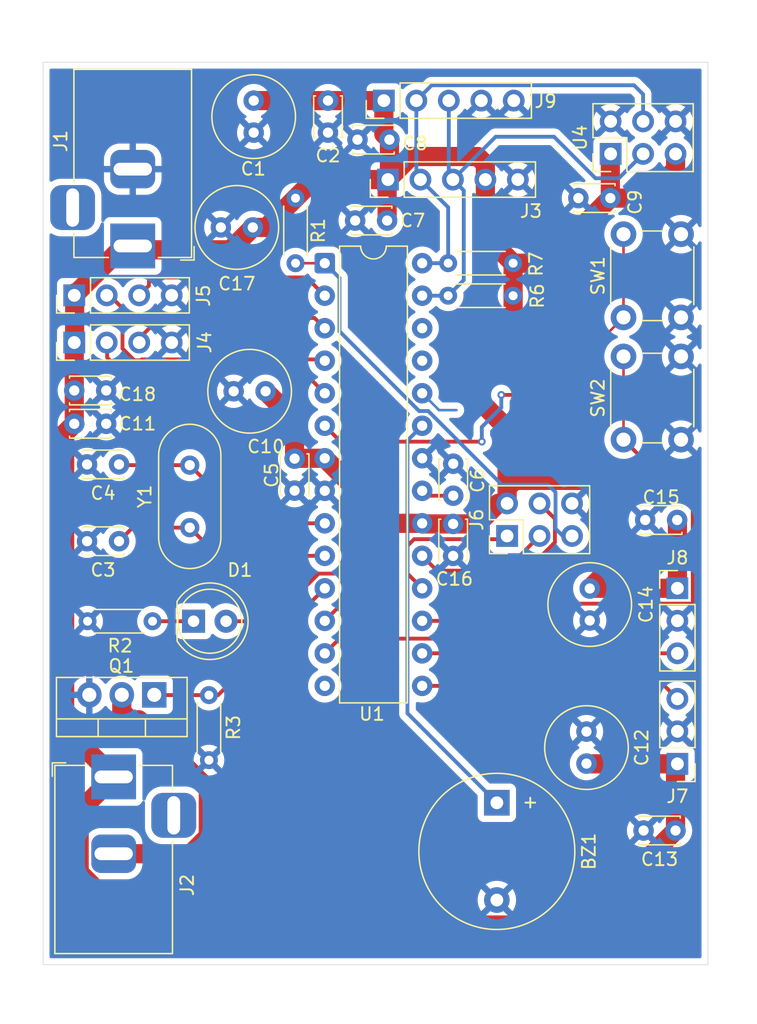
<source format=kicad_pcb>
(kicad_pcb (version 20241229) (generator "pcbnew") (generator_version "9.0")
  (layers (0 "F.Cu" signal) (2 "B.Cu" signal) (13 "F.Paste" user) (15 "B.Paste" user) (5 "F.SilkS" user "F.Silkscreen") (7 "B.SilkS" user "B.Silkscreen") (1 "F.Mask" user) (3 "B.Mask" user) (25 "Edge.Cuts" user))
  (net 0 "")
  (net 1 "GND")
  (net 2 "Net-(Q1-D)")
  (net 3 "/BUZZER")
  (net 4 "/MISO")
  (net 5 "/MOSI")
  (net 6 "/XTAL1")
  (net 8 "/ECHO")
  (net 9 "/XTAL2")
  (net 10 "Net-(D1-A)")
  (net 11 "+5V")
  (net 12 "/TRIG")
  (net 13 "/SDA")
  (net 14 "/SCL")
  (net 15 "/SERVO1")
  (net 16 "/SERVO2")
  (net 17 "/ECHO2")
  (net 18 "Net-(U1-AREF)")
  (net 19 "/SCK")
  (net 22 "Net-(D1-K)")
  (net 23 "/TRIG2")
  (net 24 "/RST-AVR")
  (net 25 "Net-(J10-Pin_2)")
  (net 26 "/PD5{slash}GATE")
  (net 27 "/PD4{slash}SW1")
  (net 30 "/PD7{slash}SW2")
  (footprint "Capacitor_THT:C_Radial_D6.3mm_H11.0mm_P2.50mm" (layer "F.Cu") (at 142.474 75.565 180)
    (property "Reference" "C10" (at -0.02 -4.318 0) (layer "F.SilkS"))
    (property "Value" "10u")
    (pad "1" thru_hole circle (at 0 0 180) (size 1.6 1.6) (drill 0.8) (layers "*.Cu" "*.Mask") (net 11 "+5V"))
    (pad "2" thru_hole circle (at 2.5 0 180) (size 1.6 1.6) (drill 0.8) (layers "*.Cu" "*.Mask") (net 1 "GND"))
  )
  (footprint "Connector_PinHeader_2.54mm:PinHeader_1x04_P2.54mm_Vertical" (layer "F.Cu") (at 127.508 71.759471 90)
    (property "Reference" "J4" (at 0.018 10.2 90) (layer "F.SilkS"))
    (property "Value" "Conn_01x04_Pin")
    (pad "1" thru_hole rect (at 0 0 90) (size 1.7 1.7) (drill 1) (layers "*.Cu" "*.Mask") (net 11 "+5V"))
    (pad "2" thru_hole circle (at 0 2.54 90) (size 1.7 1.7) (drill 1) (layers "*.Cu" "*.Mask") (net 17 "/ECHO2"))
    (pad "3" thru_hole circle (at 0 5.08 90) (size 1.7 1.7) (drill 1) (layers "*.Cu" "*.Mask") (net 23 "/TRIG2"))
    (pad "4" thru_hole circle (at 0 7.62 90) (size 1.7 1.7) (drill 1) (layers "*.Cu" "*.Mask") (net 1 "GND"))
  )
  (footprint "Connector_PinHeader_2.54mm:PinHeader_1x05_P2.54mm_Vertical" (layer "F.Cu") (at 151.7228 52.86 90)
    (property "Reference" "J9" (at -0.0508 12.6492 180) (layer "F.SilkS"))
    (property "Value" "Conn_01x05_Pin")
    (pad "1" thru_hole rect (at 0 0 90) (size 1.7 1.7) (drill 1) (layers "*.Cu" "*.Mask") (net 11 "+5V"))
    (pad "2" thru_hole circle (at 0 2.54 90) (size 1.7 1.7) (drill 1) (layers "*.Cu" "*.Mask") (net 14 "/SCL"))
    (pad "3" thru_hole circle (at 0 5.08 90) (size 1.7 1.7) (drill 1) (layers "*.Cu" "*.Mask") (net 13 "/SDA"))
    (pad "4" thru_hole circle (at 0 7.62 90) (size 1.7 1.7) (drill 1) (layers "*.Cu" "*.Mask") (net 1 "GND"))
    (pad "5" thru_hole circle (at 0 10.16 90) (size 1.7 1.7) (drill 1) (layers "*.Cu" "*.Mask") (net 1 "GND"))
  )
  (footprint "Capacitor_THT:C_Radial_D6.3mm_H11.0mm_P2.50mm" (layer "F.Cu") (at 167.571 104.651 90)
    (property "Reference" "C12" (at 1.25 4.318 90) (layer "F.SilkS"))
    (property "Value" "100u")
    (pad "1" thru_hole circle (at 0 0 90) (size 1.6 1.6) (drill 0.8) (layers "*.Cu" "*.Mask") (net 11 "+5V"))
    (pad "2" thru_hole circle (at 2.5 0 90) (size 1.6 1.6) (drill 0.8) (layers "*.Cu" "*.Mask") (net 1 "GND"))
  )
  (footprint "Capacitor_THT:C_Disc_D3.0mm_W2.0mm_P2.50mm" (layer "F.Cu") (at 127.508 78.105)
    (property "Reference" "C11" (at 4.95 0 0) (layer "F.SilkS"))
    (property "Value" "0.1u")
    (pad "1" thru_hole circle (at 0 0) (size 1.6 1.6) (drill 0.8) (layers "*.Cu" "*.Mask") (net 11 "+5V"))
    (pad "2" thru_hole circle (at 2.5 0) (size 1.6 1.6) (drill 0.8) (layers "*.Cu" "*.Mask") (net 1 "GND"))
  )
  (footprint "Resistor_THT:R_Axial_DIN0204_L3.6mm_D1.6mm_P5.08mm_Horizontal" (layer "F.Cu") (at 156.752 65.56)
    (property "Reference" "R7" (at 6.873 0.065 90) (layer "F.SilkS"))
    (property "Value" "10k")
    (pad "1" thru_hole circle (at 0 0) (size 1.4 1.4) (drill 0.7) (layers "*.Cu" "*.Mask") (net 14 "/SCL"))
    (pad "2" thru_hole circle (at 5.08 0) (size 1.4 1.4) (drill 0.7) (layers "*.Cu" "*.Mask") (net 11 "+5V"))
  )
  (footprint "Connector_PinHeader_2.54mm:PinHeader_1x05_P2.54mm_Vertical" (layer "F.Cu") (at 152.042 59.028 90)
    (property "Reference" "J3" (at -2.468 11.187 180) (layer "F.SilkS"))
    (property "Value" "Conn_01x05_Pin")
    (pad "1" thru_hole rect (at 0 0 90) (size 1.7 1.7) (drill 1) (layers "*.Cu" "*.Mask") (net 11 "+5V"))
    (pad "2" thru_hole circle (at 0 2.54 90) (size 1.7 1.7) (drill 1) (layers "*.Cu" "*.Mask") (net 14 "/SCL"))
    (pad "3" thru_hole circle (at 0 5.08 90) (size 1.7 1.7) (drill 1) (layers "*.Cu" "*.Mask") (net 13 "/SDA"))
    (pad "4" thru_hole circle (at 0 7.62 90) (size 1.7 1.7) (drill 1) (layers "*.Cu" "*.Mask") (net 11 "+5V"))
    (pad "5" thru_hole circle (at 0 10.16 90) (size 1.7 1.7) (drill 1) (layers "*.Cu" "*.Mask") (net 1 "GND"))
  )
  (footprint "Connector_PinHeader_2.54mm:PinHeader_2x03_P2.54mm_Vertical" (layer "F.Cu") (at 161.362 86.868 90)
    (property "Reference" "J6" (at 1.27 -2.38 90) (layer "F.SilkS"))
    (property "Value" "AVR-ISP-6")
    (pad "1" thru_hole rect (at 0 0 90) (size 1.7 1.7) (drill 1) (layers "*.Cu" "*.Mask") (net 4 "/MISO"))
    (pad "2" thru_hole circle (at 2.54 0 90) (size 1.7 1.7) (drill 1) (layers "*.Cu" "*.Mask") (net 11 "+5V"))
    (pad "3" thru_hole circle (at 0 2.54 90) (size 1.7 1.7) (drill 1) (layers "*.Cu" "*.Mask") (net 19 "/SCK"))
    (pad "4" thru_hole circle (at 2.54 2.54 90) (size 1.7 1.7) (drill 1) (layers "*.Cu" "*.Mask") (net 5 "/MOSI"))
    (pad "5" thru_hole circle (at 0 5.08 90) (size 1.7 1.7) (drill 1) (layers "*.Cu" "*.Mask") (net 24 "/RST-AVR"))
    (pad "6" thru_hole circle (at 2.54 5.08 90) (size 1.7 1.7) (drill 1) (layers "*.Cu" "*.Mask") (net 1 "GND"))
  )
  (footprint "Button_Switch_THT:SW_PUSH_6mm" (layer "F.Cu") (at 170.467 79.345 90)
    (property "Reference" "SW2" (at 3.25 -2 90) (layer "F.SilkS"))
    (property "Value" "SW_Push")
    (pad "1" thru_hole circle (at 0 0 180) (size 2 2) (drill 1.1) (layers "*.Cu" "*.Mask") (net 30 "/PD7{slash}SW2"))
    (pad "1" thru_hole circle (at 6.5 0 180) (size 2 2) (drill 1.1) (layers "*.Cu" "*.Mask") (net 30 "/PD7{slash}SW2"))
    (pad "2" thru_hole circle (at 0 4.5 180) (size 2 2) (drill 1.1) (layers "*.Cu" "*.Mask") (net 1 "GND"))
    (pad "2" thru_hole circle (at 6.5 4.5 180) (size 2 2) (drill 1.1) (layers "*.Cu" "*.Mask") (net 1 "GND"))
  )
  (footprint "Capacitor_THT:C_Disc_D3.0mm_W2.0mm_P2.50mm" (layer "F.Cu") (at 157.15 83.725 90)
    (property "Reference" "C6" (at 1.2 1.9 90) (layer "F.SilkS"))
    (property "Value" "0.1u")
    (pad "1" thru_hole circle (at 0 0 90) (size 1.6 1.6) (drill 0.8) (layers "*.Cu" "*.Mask") (net 18 "Net-(U1-AREF)"))
    (pad "2" thru_hole circle (at 2.5 0 90) (size 1.6 1.6) (drill 0.8) (layers "*.Cu" "*.Mask") (net 1 "GND"))
  )
  (footprint "Capacitor_THT:C_Disc_D3.0mm_W2.0mm_P2.50mm" (layer "F.Cu") (at 174.536 109.878 180)
    (property "Reference" "C13" (at 1.25 -2.25 0) (layer "F.SilkS"))
    (property "Value" "0.1u")
    (pad "1" thru_hole circle (at 0 0 180) (size 1.6 1.6) (drill 0.8) (layers "*.Cu" "*.Mask") (net 11 "+5V"))
    (pad "2" thru_hole circle (at 2.5 0 180) (size 1.6 1.6) (drill 0.8) (layers "*.Cu" "*.Mask") (net 1 "GND"))
  )
  (footprint "Button_Switch_THT:SW_PUSH_6mm" (layer "F.Cu") (at 170.467 69.795 90)
    (property "Reference" "SW1" (at 3.25 -2 90) (layer "F.SilkS"))
    (property "Value" "SW_Push")
    (pad "1" thru_hole circle (at 0 0 180) (size 2 2) (drill 1.1) (layers "*.Cu" "*.Mask") (net 27 "/PD4{slash}SW1"))
    (pad "1" thru_hole circle (at 6.5 0 180) (size 2 2) (drill 1.1) (layers "*.Cu" "*.Mask") (net 27 "/PD4{slash}SW1"))
    (pad "2" thru_hole circle (at 0 4.5 180) (size 2 2) (drill 1.1) (layers "*.Cu" "*.Mask") (net 1 "GND"))
    (pad "2" thru_hole circle (at 6.5 4.5 180) (size 2 2) (drill 1.1) (layers "*.Cu" "*.Mask") (net 1 "GND"))
  )
  (footprint "Connector_PinHeader_2.54mm:PinHeader_1x03_P2.54mm_Vertical" (layer "F.Cu") (at 174.683 90.955)
    (property "Reference" "J8" (at 0 -2.38 0) (layer "F.SilkS"))
    (property "Value" "Conn_01x03_Pin")
    (pad "1" thru_hole rect (at 0 0) (size 1.7 1.7) (drill 1) (layers "*.Cu" "*.Mask") (net 11 "+5V"))
    (pad "2" thru_hole circle (at 0 2.54) (size 1.7 1.7) (drill 1) (layers "*.Cu" "*.Mask") (net 1 "GND"))
    (pad "3" thru_hole circle (at 0 5.08) (size 1.7 1.7) (drill 1) (layers "*.Cu" "*.Mask") (net 16 "/SERVO2"))
  )
  (footprint "Connector_PinHeader_2.54mm:PinHeader_1x04_P2.54mm_Vertical" (layer "F.Cu") (at 127.508 68.072 90)
    (property "Reference" "J5" (at -0.026 10.1 90) (layer "F.SilkS"))
    (property "Value" "Conn_01x04_Pin")
    (pad "1" thru_hole rect (at 0 0 90) (size 1.7 1.7) (drill 1) (layers "*.Cu" "*.Mask") (net 11 "+5V"))
    (pad "2" thru_hole circle (at 0 2.54 90) (size 1.7 1.7) (drill 1) (layers "*.Cu" "*.Mask") (net 8 "/ECHO"))
    (pad "3" thru_hole circle (at 0 5.08 90) (size 1.7 1.7) (drill 1) (layers "*.Cu" "*.Mask") (net 12 "/TRIG"))
    (pad "4" thru_hole circle (at 0 7.62 90) (size 1.7 1.7) (drill 1) (layers "*.Cu" "*.Mask") (net 1 "GND"))
  )
  (footprint "Package_DIP:DIP-28_W7.62mm" (layer "F.Cu") (at 147.1 65.56)
    (property "Reference" "U1" (at 3.692 35.218 0) (layer "F.SilkS"))
    (property "Value" "ATmega328-P")
    (pad "1" thru_hole roundrect (at 0 0) (size 1.6 1.6) (drill 0.8) (layers "*.Cu" "*.Mask") (roundrect_rratio 0.15625) (net 24 "/RST-AVR"))
    (pad "2" thru_hole circle (at 0 2.54) (size 1.6 1.6) (drill 0.8) (layers "*.Cu" "*.Mask") (net 12 "/TRIG"))
    (pad "3" thru_hole circle (at 0 5.08) (size 1.6 1.6) (drill 0.8) (layers "*.Cu" "*.Mask") (net 23 "/TRIG2"))
    (pad "4" thru_hole circle (at 0 7.62) (size 1.6 1.6) (drill 0.8) (layers "*.Cu" "*.Mask") (net 8 "/ECHO"))
    (pad "5" thru_hole circle (at 0 10.16) (size 1.6 1.6) (drill 0.8) (layers "*.Cu" "*.Mask") (net 17 "/ECHO2"))
    (pad "6" thru_hole circle (at 0 12.7) (size 1.6 1.6) (drill 0.8) (layers "*.Cu" "*.Mask") (net 27 "/PD4{slash}SW1"))
    (pad "7" thru_hole circle (at 0 15.24) (size 1.6 1.6) (drill 0.8) (layers "*.Cu" "*.Mask") (net 11 "+5V"))
    (pad "8" thru_hole circle (at 0 17.78) (size 1.6 1.6) (drill 0.8) (layers "*.Cu" "*.Mask") (net 1 "GND"))
    (pad "9" thru_hole circle (at 0 20.32) (size 1.6 1.6) (drill 0.8) (layers "*.Cu" "*.Mask") (net 6 "/XTAL1"))
    (pad "10" thru_hole circle (at 0 22.86) (size 1.6 1.6) (drill 0.8) (layers "*.Cu" "*.Mask") (net 9 "/XTAL2"))
    (pad "11" thru_hole circle (at 0 25.4) (size 1.6 1.6) (drill 0.8) (layers "*.Cu" "*.Mask") (net 26 "/PD5{slash}GATE"))
    (pad "12" thru_hole circle (at 0 27.94) (size 1.6 1.6) (drill 0.8) (layers "*.Cu" "*.Mask") (net 10 "Net-(D1-A)"))
    (pad "13" thru_hole circle (at 0 30.48) (size 1.6 1.6) (drill 0.8) (layers "*.Cu" "*.Mask") (net 30 "/PD7{slash}SW2"))
    (pad "14" thru_hole circle (at 0 33.02) (size 1.6 1.6) (drill 0.8) (layers "*.Cu" "*.Mask"))
    (pad "15" thru_hole circle (at 7.62 33.02) (size 1.6 1.6) (drill 0.8) (layers "*.Cu" "*.Mask") (net 15 "/SERVO1"))
    (pad "16" thru_hole circle (at 7.62 30.48) (size 1.6 1.6) (drill 0.8) (layers "*.Cu" "*.Mask") (net 16 "/SERVO2"))
    (pad "17" thru_hole circle (at 7.62 27.94) (size 1.6 1.6) (drill 0.8) (layers "*.Cu" "*.Mask") (net 5 "/MOSI"))
    (pad "18" thru_hole circle (at 7.62 25.4) (size 1.6 1.6) (drill 0.8) (layers "*.Cu" "*.Mask") (net 4 "/MISO"))
    (pad "19" thru_hole circle (at 7.62 22.86) (size 1.6 1.6) (drill 0.8) (layers "*.Cu" "*.Mask") (net 19 "/SCK"))
    (pad "20" thru_hole circle (at 7.62 20.32) (size 1.6 1.6) (drill 0.8) (layers "*.Cu" "*.Mask") (net 11 "+5V"))
    (pad "21" thru_hole circle (at 7.62 17.78) (size 1.6 1.6) (drill 0.8) (layers "*.Cu" "*.Mask") (net 18 "Net-(U1-AREF)"))
    (pad "22" thru_hole circle (at 7.62 15.24) (size 1.6 1.6) (drill 0.8) (layers "*.Cu" "*.Mask") (net 1 "GND"))
    (pad "23" thru_hole circle (at 7.62 12.7) (size 1.6 1.6) (drill 0.8) (layers "*.Cu" "*.Mask") (net 3 "/BUZZER"))
    (pad "24" thru_hole circle (at 7.62 10.16) (size 1.6 1.6) (drill 0.8) (layers "*.Cu" "*.Mask") (net 25 "Net-(J10-Pin_2)"))
    (pad "25" thru_hole circle (at 7.62 7.62) (size 1.6 1.6) (drill 0.8) (layers "*.Cu" "*.Mask"))
    (pad "26" thru_hole circle (at 7.62 5.08) (size 1.6 1.6) (drill 0.8) (layers "*.Cu" "*.Mask"))
    (pad "27" thru_hole circle (at 7.62 2.54) (size 1.6 1.6) (drill 0.8) (layers "*.Cu" "*.Mask") (net 13 "/SDA"))
    (pad "28" thru_hole circle (at 7.62 0) (size 1.6 1.6) (drill 0.8) (layers "*.Cu" "*.Mask") (net 14 "/SCL"))
  )
  (footprint "Connector_PinHeader_2.54mm:PinHeader_2x03_P2.54mm_Vertical" (layer "F.Cu") (at 169.459 57.023 90)
    (property "Reference" "U4" (at 1.27 -2.38 90) (layer "F.SilkS"))
    (property "Value" "I2C_4PIN")
    (pad "1" thru_hole rect (at 0 0 90) (size 1.7 1.7) (drill 1) (layers "*.Cu" "*.Mask") (net 11 "+5V"))
    (pad "2" thru_hole circle (at 2.54 0 90) (size 1.7 1.7) (drill 1) (layers "*.Cu" "*.Mask") (net 1 "GND"))
    (pad "3" thru_hole circle (at 0 2.54 90) (size 1.7 1.7) (drill 1) (layers "*.Cu" "*.Mask") (net 13 "/SDA"))
    (pad "4" thru_hole circle (at 2.54 2.54 90) (size 1.7 1.7) (drill 1) (layers "*.Cu" "*.Mask") (net 14 "/SCL"))
    (pad "5" thru_hole circle (at 0 5.08 90) (size 1.7 1.7) (drill 1) (layers "*.Cu" "*.Mask") (net 11 "+5V"))
    (pad "6" thru_hole circle (at 2.54 5.08 90) (size 1.7 1.7) (drill 1) (layers "*.Cu" "*.Mask") (net 1 "GND"))
  )
  (footprint "Resistor_THT:R_Axial_DIN0204_L3.6mm_D1.6mm_P5.08mm_Horizontal" (layer "F.Cu") (at 156.752 68.1)
    (property "Reference" "R6" (at 6.973 0.025 270) (layer "F.SilkS"))
    (property "Value" "10k")
    (pad "1" thru_hole circle (at 0 0) (size 1.4 1.4) (drill 0.7) (layers "*.Cu" "*.Mask") (net 13 "/SDA"))
    (pad "2" thru_hole circle (at 5.08 0) (size 1.4 1.4) (drill 0.7) (layers "*.Cu" "*.Mask") (net 11 "+5V"))
  )
  (footprint "Capacitor_THT:C_Disc_D3.0mm_W2.0mm_P2.50mm" (layer "F.Cu") (at 127.508 75.505)
    (property "Reference" "C18" (at 4.95 0.3 0) (layer "F.SilkS"))
    (property "Value" "0.1u")
    (pad "1" thru_hole circle (at 0 0) (size 1.6 1.6) (drill 0.8) (layers "*.Cu" "*.Mask") (net 11 "+5V"))
    (pad "2" thru_hole circle (at 2.5 0) (size 1.6 1.6) (drill 0.8) (layers "*.Cu" "*.Mask") (net 1 "GND"))
  )
  (footprint "Resistor_THT:R_Axial_DIN0204_L3.6mm_D1.6mm_P5.08mm_Horizontal" (layer "F.Cu") (at 144.814 65.56 90)
    (property "Reference" "R1" (at 2.54 1.778 90) (layer "F.SilkS"))
    (property "Value" "10k")
    (pad "1" thru_hole circle (at 0 0 90) (size 1.4 1.4) (drill 0.7) (layers "*.Cu" "*.Mask") (net 24 "/RST-AVR"))
    (pad "2" thru_hole circle (at 5.08 0 90) (size 1.4 1.4) (drill 0.7) (layers "*.Cu" "*.Mask") (net 11 "+5V"))
  )
  (footprint "Capacitor_THT:C_Radial_D6.3mm_H11.0mm_P2.50mm" (layer "F.Cu") (at 141.472 62.766 180)
    (property "Reference" "C17" (at 1.25 -4.4 0) (layer "F.SilkS"))
    (property "Value" "10u")
    (pad "1" thru_hole circle (at 0 0 180) (size 1.6 1.6) (drill 0.8) (layers "*.Cu" "*.Mask") (net 11 "+5V"))
    (pad "2" thru_hole circle (at 2.5 0 180) (size 1.6 1.6) (drill 0.8) (layers "*.Cu" "*.Mask") (net 1 "GND"))
  )
  (footprint "Capacitor_THT:C_Disc_D3.0mm_W2.0mm_P2.50mm" (layer "F.Cu") (at 174.663 85.621 180)
    (property "Reference" "C15" (at 1.25 1.778 0) (layer "F.SilkS"))
    (property "Value" "0.1u")
    (pad "1" thru_hole circle (at 0 0 180) (size 1.6 1.6) (drill 0.8) (layers "*.Cu" "*.Mask") (net 11 "+5V"))
    (pad "2" thru_hole circle (at 2.5 0 180) (size 1.6 1.6) (drill 0.8) (layers "*.Cu" "*.Mask") (net 1 "GND"))
  )
  (footprint "Connector_PinHeader_2.54mm:PinHeader_1x03_P2.54mm_Vertical" (layer "F.Cu") (at 174.683 104.671 180)
    (property "Reference" "J7" (at 0 -2.54 0) (layer "F.SilkS"))
    (property "Value" "Conn_01x03_Pin")
    (pad "1" thru_hole rect (at 0 0 180) (size 1.7 1.7) (drill 1) (layers "*.Cu" "*.Mask") (net 11 "+5V"))
    (pad "2" thru_hole circle (at 0 2.54 180) (size 1.7 1.7) (drill 1) (layers "*.Cu" "*.Mask") (net 1 "GND"))
    (pad "3" thru_hole circle (at 0 5.08 180) (size 1.7 1.7) (drill 1) (layers "*.Cu" "*.Mask") (net 15 "/SERVO1"))
  )
  (footprint "Capacitor_THT:C_Disc_D3.0mm_W2.0mm_P2.50mm" (layer "F.Cu") (at 169.436 60.475 180)
    (property "Reference" "C9" (at -1.931 -0.32 90) (layer "F.SilkS"))
    (property "Value" "0.1u")
    (pad "1" thru_hole circle (at 0 0 180) (size 1.6 1.6) (drill 0.8) (layers "*.Cu" "*.Mask") (net 11 "+5V"))
    (pad "2" thru_hole circle (at 2.5 0 180) (size 1.6 1.6) (drill 0.8) (layers "*.Cu" "*.Mask") (net 1 "GND"))
  )
  (footprint "Package_TO_SOT_THT:TO-220-3_Vertical" (layer "F.Cu") (at 133.765 99.281 180)
    (property "Reference" "Q1" (at 2.574 2.253 0) (layer "F.SilkS"))
    (property "Value" "IRLZ24")
    (pad "1" thru_hole rect (at 0 0 180) (size 1.905 2) (drill 1.1) (layers "*.Cu" "*.Mask") (net 26 "/PD5{slash}GATE"))
    (pad "2" thru_hole oval (at 2.54 0 180) (size 1.905 2) (drill 1.1) (layers "*.Cu" "*.Mask") (net 2 "Net-(Q1-D)"))
    (pad "3" thru_hole oval (at 5.08 0 180) (size 1.905 2) (drill 1.1) (layers "*.Cu" "*.Mask") (net 1 "GND"))
  )
  (footprint "Capacitor_THT:C_Disc_D3.0mm_W2.0mm_P2.50mm" (layer "F.Cu") (at 157.142 85.928 -90)
    (property "Reference" "C16" (at 4.3 -0.1 180) (layer "F.SilkS"))
    (property "Value" "0.1u")
    (pad "1" thru_hole circle (at 0 0 270) (size 1.6 1.6) (drill 0.8) (layers "*.Cu" "*.Mask") (net 11 "+5V"))
    (pad "2" thru_hole circle (at 2.5 0 270) (size 1.6 1.6) (drill 0.8) (layers "*.Cu" "*.Mask") (net 1 "GND"))
  )
  (footprint "Connector_BarrelJack:BarrelJack_Horizontal" (layer "F.Cu") (at 130.59 105.692 90)
    (property "Reference" "J2" (at -8.45 5.75 90) (layer "F.SilkS"))
    (property "Value" "Barrel_Jack_Switch")
    (pad "1" thru_hole rect (at 0 0 90) (size 3.5 3.5) (drill oval 1 3) (layers "*.Cu" "*.Mask") (net 11 "+5V"))
    (pad "2" thru_hole roundrect (at -6 0 90) (size 3 3.5) (drill oval 1 3) (layers "*.Cu" "*.Mask") (net 2 "Net-(Q1-D)"))
    (pad "3" thru_hole roundrect (at -3 4.7 90) (size 3.5 3.5) (drill oval 3 1) (layers "*.Cu" "*.Mask"))
  )
  (footprint "Capacitor_THT:C_Disc_D3.0mm_W2.0mm_P2.50mm" (layer "F.Cu") (at 131.01 87.28 180)
    (property "Reference" "C3" (at 1.25 -2.25 0) (layer "F.SilkS"))
    (property "Value" "22p")
    (pad "1" thru_hole circle (at 0 0 180) (size 1.6 1.6) (drill 0.8) (layers "*.Cu" "*.Mask") (net 9 "/XTAL2"))
    (pad "2" thru_hole circle (at 2.5 0 180) (size 1.6 1.6) (drill 0.8) (layers "*.Cu" "*.Mask") (net 1 "GND"))
  )
  (footprint "Resistor_THT:R_Axial_DIN0204_L3.6mm_D1.6mm_P5.08mm_Horizontal" (layer "F.Cu") (at 133.63 93.53 180)
    (property "Reference" "R2" (at 2.54 -1.92 0) (layer "F.SilkS"))
    (property "Value" "330")
    (pad "1" thru_hole circle (at 0 0 180) (size 1.4 1.4) (drill 0.7) (layers "*.Cu" "*.Mask") (net 22 "Net-(D1-K)"))
    (pad "2" thru_hole circle (at 5.08 0 180) (size 1.4 1.4) (drill 0.7) (layers "*.Cu" "*.Mask") (net 1 "GND"))
  )
  (footprint "Crystal:Crystal_HC49-4H_Vertical" (layer "F.Cu") (at 136.542 86.218 90)
    (property "Reference" "Y1" (at 2.44 -3.52 90) (layer "F.SilkS"))
    (property "Value" "16M")
    (pad "1" thru_hole circle (at 0 0 90) (size 1.5 1.5) (drill 0.8) (layers "*.Cu" "*.Mask") (net 9 "/XTAL2"))
    (pad "2" thru_hole circle (at 4.88 0 90) (size 1.5 1.5) (drill 0.8) (layers "*.Cu" "*.Mask") (net 6 "/XTAL1"))
  )
  (footprint "Capacitor_THT:C_Disc_D3.0mm_W2.0mm_P2.50mm" (layer "F.Cu") (at 151.979 62.23 180)
    (property "Reference" "C7" (at -2 0 0) (layer "F.SilkS"))
    (property "Value" "0.1u")
    (pad "1" thru_hole circle (at 0 0 180) (size 1.6 1.6) (drill 0.8) (layers "*.Cu" "*.Mask") (net 11 "+5V"))
    (pad "2" thru_hole circle (at 2.5 0 180) (size 1.6 1.6) (drill 0.8) (layers "*.Cu" "*.Mask") (net 1 "GND"))
  )
  (footprint "Capacitor_THT:C_Disc_D3.0mm_W2.0mm_P2.50mm" (layer "F.Cu") (at 152.16 55.908 180)
    (property "Reference" "C8" (at -2.0012 -0.3048 0) (layer "F.SilkS"))
    (property "Value" "0.1u")
    (pad "1" thru_hole circle (at 0 0 180) (size 1.6 1.6) (drill 0.8) (layers "*.Cu" "*.Mask") (net 11 "+5V"))
    (pad "2" thru_hole circle (at 2.5 0 180) (size 1.6 1.6) (drill 0.8) (layers "*.Cu" "*.Mask") (net 1 "GND"))
  )
  (footprint "Capacitor_THT:C_Disc_D3.0mm_W2.0mm_P2.50mm" (layer "F.Cu") (at 131.01 81.28 180)
    (property "Reference" "C4" (at 1.25 -2.25 0) (layer "F.SilkS"))
    (property "Value" "22p")
    (pad "1" thru_hole circle (at 0 0 180) (size 1.6 1.6) (drill 0.8) (layers "*.Cu" "*.Mask") (net 6 "/XTAL1"))
    (pad "2" thru_hole circle (at 2.5 0 180) (size 1.6 1.6) (drill 0.8) (layers "*.Cu" "*.Mask") (net 1 "GND"))
  )
  (footprint "Buzzer_Beeper:Buzzer_12x9.5RM7.6" (layer "F.Cu") (at 160.56 107.71 -90)
    (property "Reference" "BZ1" (at 3.8 -7.2 90) (layer "F.SilkS"))
    (property "Value" "Buzzer")
    (fp_text user "+" (at -0.01 -2.54 90) (layer "F.SilkS"))
    (pad "1" thru_hole rect (at 0 0 270) (size 2 2) (drill 1) (layers "*.Cu" "*.Mask") (net 3 "/BUZZER"))
    (pad "2" thru_hole circle (at 7.6 0 270) (size 2 2) (drill 1) (layers "*.Cu" "*.Mask") (net 1 "GND"))
  )
  (footprint "Resistor_THT:R_Axial_DIN0204_L3.6mm_D1.6mm_P5.08mm_Horizontal" (layer "F.Cu") (at 138.042 99.301 -90)
    (property "Reference" "R3" (at 2.54 -1.92 90) (layer "F.SilkS"))
    (property "Value" "10k")
    (pad "1" thru_hole circle (at 0 0 270) (size 1.4 1.4) (drill 0.7) (layers "*.Cu" "*.Mask") (net 26 "/PD5{slash}GATE"))
    (pad "2" thru_hole circle (at 5.08 0 270) (size 1.4 1.4) (drill 0.7) (layers "*.Cu" "*.Mask") (net 1 "GND"))
  )
  (footprint "Capacitor_THT:C_Radial_D6.3mm_H11.0mm_P2.50mm" (layer "F.Cu") (at 141.542 52.86 -90)
    (property "Reference" "C1" (at 5.334 0.03 180) (layer "F.SilkS"))
    (property "Value" "100u")
    (pad "1" thru_hole circle (at 0 0 270) (size 1.6 1.6) (drill 0.8) (layers "*.Cu" "*.Mask") (net 11 "+5V"))
    (pad "2" thru_hole circle (at 2.5 0 270) (size 1.6 1.6) (drill 0.8) (layers "*.Cu" "*.Mask") (net 1 "GND"))
  )
  (footprint "LED_THT:LED_D5.0mm" (layer "F.Cu") (at 136.84 93.53)
    (property "Reference" "D1" (at 3.622 -3.995 0) (layer "F.SilkS"))
    (property "Value" "GREEN-LED")
    (pad "1" thru_hole rect (at 0 0) (size 1.8 1.8) (drill 0.9) (layers "*.Cu" "*.Mask") (net 22 "Net-(D1-K)"))
    (pad "2" thru_hole circle (at 2.54 0) (size 1.8 1.8) (drill 0.9) (layers "*.Cu" "*.Mask") (net 10 "Net-(D1-A)"))
  )
  (footprint "Capacitor_THT:C_Disc_D3.0mm_W2.0mm_P2.50mm" (layer "F.Cu") (at 144.742 80.828 -90)
    (property "Reference" "C5" (at 1.3 1.8 90) (layer "F.SilkS"))
    (property "Value" "0.1u")
    (pad "1" thru_hole circle (at 0 0 270) (size 1.6 1.6) (drill 0.8) (layers "*.Cu" "*.Mask") (net 11 "+5V"))
    (pad "2" thru_hole circle (at 2.5 0 270) (size 1.6 1.6) (drill 0.8) (layers "*.Cu" "*.Mask") (net 1 "GND"))
  )
  (footprint "Capacitor_THT:C_Radial_D6.3mm_H11.0mm_P2.50mm" (layer "F.Cu") (at 167.825 90.975 -90)
    (property "Reference" "C14" (at 1.25 -4.4 90) (layer "F.SilkS"))
    (property "Value" "100u")
    (pad "1" thru_hole circle (at 0 0 270) (size 1.6 1.6) (drill 0.8) (layers "*.Cu" "*.Mask") (net 11 "+5V"))
    (pad "2" thru_hole circle (at 2.5 0 270) (size 1.6 1.6) (drill 0.8) (layers "*.Cu" "*.Mask") (net 1 "GND"))
  )
  (footprint "Capacitor_THT:C_Disc_D3.0mm_W2.0mm_P2.50mm" (layer "F.Cu") (at 147.354 52.86 -90)
    (property "Reference" "C2" (at 4.298 0 0) (layer "F.SilkS"))
    (property "Value" "0.1u")
    (pad "1" thru_hole circle (at 0 0 270) (size 1.6 1.6) (drill 0.8) (layers "*.Cu" "*.Mask") (net 11 "+5V"))
    (pad "2" thru_hole circle (at 2.5 0 270) (size 1.6 1.6) (drill 0.8) (layers "*.Cu" "*.Mask") (net 1 "GND"))
  )
  (footprint "Connector_BarrelJack:BarrelJack_Horizontal" (layer "F.Cu") (at 132.081 64.214 -90)
    (property "Reference" "J1" (at -8.19 5.636 90) (layer "F.SilkS"))
    (property "Value" "Barrel_Jack_Switch")
    (pad "1" thru_hole rect (at 0 0 270) (size 3.5 3.5) (drill oval 1 3) (layers "*.Cu" "*.Mask") (net 11 "+5V"))
    (pad "2" thru_hole roundrect (at -6 0 270) (size 3 3.5) (drill oval 1 3) (layers "*.Cu" "*.Mask") (net 1 "GND"))
    (pad "3" thru_hole roundrect (at -3 4.7 270) (size 3.5 3.5) (drill oval 3 1) (layers "*.Cu" "*.Mask"))
  )
  (gr_rect (start 125.07 49.86) (end 177.07 120.36) (stroke (width 0.05)) (fill no) (layer "Edge.Cuts"))
  (segment (start 131.8615 101.232) (end 131.225 100.5955) (width 1.5) (layer "F.Cu") (net 2))
  (segment (start 137.991 110.330652) (end 137.991 106.664867) (width 1.5) (layer "F.Cu") (net 2))
  (segment (start 132.558133 101.232) (end 131.8615 101.232) (width 1.5) (layer "F.Cu") (net 2))
  (segment (start 137.991 106.664867) (end 132.558133 101.232) (width 1.5) (layer "F.Cu") (net 2))
  (segment (start 136.629652 111.692) (end 137.991 110.330652) (width 1.5) (layer "F.Cu") (net 2))
  (segment (start 130.59 111.692) (end 136.629652 111.692) (width 1.5) (layer "F.Cu") (net 2))
  (segment (start 131.225 100.5955) (end 131.225 99.281) (width 1.5) (layer "F.Cu") (net 2))
  (segment (start 154.72 78.26) (end 153.569 79.411) (width 0.3) (layer "B.Cu") (net 3))
  (segment (start 153.569 79.411) (end 153.569 100.719) (width 0.3) (layer "B.Cu") (net 3))
  (segment (start 153.569 100.719) (end 160.56 107.71) (width 0.3) (layer "B.Cu") (net 3))
  (segment (start 161.362 86.868) (end 161.11 87.12) (width 0.3) (layer "F.Cu") (net 4))
  (segment (start 153.569 87.641) (end 153.569 89.809) (width 0.3) (layer "F.Cu") (net 4))
  (segment (start 153.569 89.809) (end 154.72 90.96) (width 0.3) (layer "F.Cu") (net 4))
  (segment (start 161.11 87.12) (end 154.09 87.12) (width 0.3) (layer "F.Cu") (net 4))
  (segment (start 154.09 87.12) (end 153.569 87.641) (width 0.3) (layer "F.Cu") (net 4))
  (segment (start 165.103 85.529) (end 165.103 87.365471) (width 0.3) (layer "F.Cu") (net 5))
  (segment (start 163.902 84.328) (end 165.103 85.529) (width 0.3) (layer "F.Cu") (net 5))
  (segment (start 158.968471 93.5) (end 154.72 93.5) (width 0.3) (layer "F.Cu") (net 5))
  (segment (start 165.103 87.365471) (end 158.968471 93.5) (width 0.3) (layer "F.Cu") (net 5))
  (segment (start 136.542 81.338) (end 141.084 85.88) (width 0.3) (layer "F.Cu") (net 6))
  (segment (start 136.542 81.338) (end 131.068 81.338) (width 0.3) (layer "F.Cu") (net 6))
  (segment (start 141.084 85.88) (end 147.1 85.88) (width 0.3) (layer "F.Cu") (net 6))
  (segment (start 131.068 81.338) (end 131.01 81.28) (width 0.3) (layer "F.Cu") (net 6))
  (segment (start 131.281 69.081) (end 131.281 72.226) (width 0.3) (layer "F.Cu") (net 8))
  (segment (start 132.715 73.152) (end 132.791 73.076) (width 0.3) (layer "F.Cu") (net 8))
  (segment (start 132.207 73.152) (end 132.715 73.152) (width 0.3) (layer "F.Cu") (net 8))
  (segment (start 132.791 73.076) (end 146.996 73.076) (width 0.3) (layer "F.Cu") (net 8))
  (segment (start 130.08 67.88) (end 131.281 69.081) (width 0.3) (layer "F.Cu") (net 8))
  (segment (start 146.996 73.076) (end 147.1 73.18) (width 0.3) (layer "F.Cu") (net 8))
  (segment (start 131.281 72.226) (end 132.207 73.152) (width 0.3) (layer "F.Cu") (net 8))
  (segment (start 147.1 88.42) (end 138.744 88.42) (width 0.3) (layer "F.Cu") (net 9))
  (segment (start 138.744 88.42) (end 136.542 86.218) (width 0.3) (layer "F.Cu") (net 9))
  (segment (start 136.542 86.218) (end 132.072 86.218) (width 0.3) (layer "F.Cu") (net 9))
  (segment (start 132.072 86.218) (end 131.01 87.28) (width 0.3) (layer "F.Cu") (net 9))
  (segment (start 148.419 89.809) (end 149.18 90.57) (width 0.3) (layer "F.Cu") (net 10))
  (segment (start 139.38 93.53) (end 142.90224 93.53) (width 0.3) (layer "F.Cu") (net 10))
  (segment (start 142.90224 93.53) (end 146.62324 89.809) (width 0.3) (layer "F.Cu") (net 10))
  (segment (start 149.18 90.57) (end 149.18 91.42) (width 0.3) (layer "F.Cu") (net 10))
  (segment (start 149.18 91.42) (end 147.1 93.5) (width 0.3) (layer "F.Cu") (net 10))
  (segment (start 146.62324 89.809) (end 148.419 89.809) (width 0.3) (layer "F.Cu") (net 10))
  (segment (start 127.508 78.105) (end 127.508 75.505) (width 1.5) (layer "F.Cu") (net 11))
  (segment (start 151.979 62.23) (end 151.979 59.091) (width 1.5) (layer "F.Cu") (net 11))
  (segment (start 160.652 84.328) (end 159.052 85.928) (width 1.5) (layer "F.Cu") (net 11))
  (segment (start 174.539 58.225081) (end 172.289081 60.475) (width 1.5) (layer "F.Cu") (net 11))
  (segment (start 174.539 57.023) (end 174.539 58.225081) (width 1.5) (layer "F.Cu") (net 11))
  (segment (start 151.7228 55.4708) (end 152.16 55.908) (width 1.5) (layer "F.Cu") (net 11))
  (segment (start 161.832 70.068) (end 161.832 68.1) (width 1.5) (layer "F.Cu") (net 11))
  (segment (start 174.536 104.818) (end 174.683 104.671) (width 1.5) (layer "F.Cu") (net 11))
  (segment (start 132.00342 117.261) (end 167.153 117.261) (width 1.5) (layer "F.Cu") (net 11))
  (segment (start 142.528 62.766) (end 144.814 60.48) (width 1.5) (layer "F.Cu") (net 11))
  (segment (start 130.59 105.692) (end 126.759 101.861) (width 1.5) (layer "F.Cu") (net 11))
  (segment (start 141.542 52.86) (end 147.354 52.86) (width 1.5) (layer "F.Cu") (net 11))
  (segment (start 161.832 65.56) (end 161.832 68.1) (width 1.5) (layer "F.Cu") (net 11))
  (segment (start 167.845 90.955) (end 167.825 90.975) (width 1.5) (layer "F.Cu") (net 11))
  (segment (start 132.081 64.214) (end 132.384 64.517) (width 1.5) (layer "F.Cu") (net 11))
  (segment (start 157.142 85.928) (end 154.768 85.928) (width 1.5) (layer "F.Cu") (net 11))
  (segment (start 174.683 85.641) (end 174.663 85.621) (width 1.5) (layer "F.Cu") (net 11))
  (segment (start 147.1 80.8) (end 144.77 80.8) (width 1.5) (layer "F.Cu") (net 11))
  (segment (start 131.359001 64.214) (end 132.081 64.214) (width 1.5) (layer "F.Cu") (net 11))
  (segment (start 127.54 71.4) (end 127.54 67.88) (width 1.5) (layer "F.Cu") (net 11))
  (segment (start 127.508 68.072) (end 127.508 68.065001) (width 1.5) (layer "F.Cu") (net 11))
  (segment (start 127.889 108.393) (end 127.889 113.14658) (width 1.5) (layer "F.Cu") (net 11))
  (segment (start 131.8015 63.94) (end 132.3785 64.517) (width 1.5) (layer "F.Cu") (net 11))
  (segment (start 159.063081 57.227) (end 159.662 57.825919) (width 1.5) (layer "F.Cu") (net 11))
  (segment (start 167.825 90.975) (end 169.17 89.63) (width 1.5) (layer "F.Cu") (net 11))
  (segment (start 144.742 77.833) (end 142.474 75.565) (width 1.5) (layer "F.Cu") (net 11))
  (segment (start 147.354 52.86) (end 151.7228 52.86) (width 1.5) (layer "F.Cu") (net 11))
  (segment (start 144.814 60.48) (end 146.266 59.028) (width 1.5) (layer "F.Cu") (net 11))
  (segment (start 161.362 84.328) (end 160.652 84.328) (width 1.5) (layer "F.Cu") (net 11))
  (segment (start 144.742 80.828) (end 144.742 77.833) (width 1.5) (layer "F.Cu") (net 11))
  (segment (start 174.536 109.878) (end 174.536 104.818) (width 1.5) (layer "F.Cu") (net 11))
  (segment (start 159.662 63.39) (end 161.832 65.56) (width 1.5) (layer "F.Cu") (net 11))
  (segment (start 127.508 68.065001) (end 131.359001 64.214) (width 1.5) (layer "F.Cu") (net 11))
  (segment (start 174.683 90.955) (end 167.845 90.955) (width 1.5) (layer "F.Cu") (net 11))
  (segment (start 130.59 105.692) (end 127.889 108.393) (width 1.5) (layer "F.Cu") (net 11))
  (segment (start 151.7228 52.86) (end 151.7228 55.4708) (width 1.5) (layer "F.Cu") (net 11))
  (segment (start 154.768 85.928) (end 154.72 85.88) (width 1.5) (layer "F.Cu") (net 11))
  (segment (start 169.436 57.046) (end 169.459 57.023) (width 1.5) (layer "F.Cu") (net 11))
  (segment (start 167.591 104.671) (end 167.571 104.651) (width 1.5) (layer "F.Cu") (net 11))
  (segment (start 146.266 59.028) (end 152.042 59.028) (width 1.5) (layer "F.Cu") (net 11))
  (segment (start 174.683 104.671) (end 167.591 104.671) (width 1.5) (layer "F.Cu") (net 11))
  (segment (start 154.72 85.88) (end 152.18 85.88) (width 1.5) (layer "F.Cu") (net 11))
  (segment (start 153.836001 57.227) (end 159.063081 57.227) (width 1.5) (layer "F.Cu") (net 11))
  (segment (start 159.662 57.825919) (end 159.662 59.028) (width 1.5) (layer "F.Cu") (net 11))
  (segment (start 157.4 74.5) (end 161.362 78.462) (width 1.5) (layer "F.Cu") (net 11))
  (segment (start 168.877 82.527) (end 161.960919 82.527) (width 1.5) (layer "F.Cu") (net 11))
  (segment (start 169.436 60.475) (end 169.436 57.046) (width 1.5) (layer "F.Cu") (net 11))
  (segment (start 161.960919 82.527) (end 161.362 83.125919) (width 1.5) (layer "F.Cu") (net 11))
  (segment (start 159.662 59.028) (end 159.662 63.39) (width 1.5) (layer "F.Cu") (net 11))
  (segment (start 161.362 83.125919) (end 161.362 84.328) (width 1.5) (layer "F.Cu") (net 11))
  (segment (start 152.042 59.021001) (end 153.836001 57.227) (width 1.5) (layer "F.Cu") (net 11))
  (segment (start 167.153 117.261) (end 174.536 109.878) (width 1.5) (layer "F.Cu") (net 11))
  (segment (start 159.052 85.928) (end 157.142 85.928) (width 1.5) (layer "F.Cu") (net 11))
  (segment (start 174.683 90.955) (end 174.683 85.641) (width 1.5) (layer "F.Cu") (net 11))
  (segment (start 151.979 59.091) (end 152.042 59.028) (width 1.5) (layer "F.Cu") (net 11))
  (segment (start 152.18 85.88) (end 147.1 80.8) (width 1.5) (layer "F.Cu") (net 11))
  (segment (start 152.16 55.908) (end 152.16 58.91) (width 1.5) (layer "F.Cu") (net 11))
  (segment (start 127.508 78.105) (end 126.759 78.854) (width 1.5) (layer "F.Cu") (net 11))
  (segment (start 127.889 113.14658) (end 132.00342 117.261) (width 1.5) (layer "F.Cu") (net 11))
  (segment (start 169.17 82.82) (end 168.877 82.527) (width 1.5) (layer "F.Cu") (net 11))
  (segment (start 152.16 58.91) (end 152.042 59.028) (width 1.5) (layer "F.Cu") (net 11))
  (segment (start 132.384 64.517) (end 139.721 64.517) (width 1.5) (layer "F.Cu") (net 11))
  (segment (start 127.508 75.505) (end 127.508 71.759471) (width 1.5) (layer "F.Cu") (net 11))
  (segment (start 164.351 65.56) (end 169.436 60.475) (width 1.5) (layer "F.Cu") (net 11))
  (segment (start 169.17 89.63) (end 169.17 82.82) (width 1.5) (layer "F.Cu") (net 11))
  (segment (start 161.362 78.462) (end 161.362 84.328) (width 1.5) (layer "F.Cu") (net 11))
  (segment (start 139.721 64.517) (end 141.472 62.766) (width 1.5) (layer "F.Cu") (net 11))
  (segment (start 144.77 80.8) (end 144.742 80.828) (width 1.5) (layer "F.Cu") (net 11))
  (segment (start 141.472 62.766) (end 142.528 62.766) (width 1.5) (layer "F.Cu") (net 11))
  (segment (start 157.4 74.5) (end 161.832 70.068) (width 1.5) (layer "F.Cu") (net 11))
  (segment (start 152.042 59.028) (end 152.042 59.021001) (width 1.5) (layer "F.Cu") (net 11))
  (segment (start 161.832 65.56) (end 164.351 65.56) (width 1.5) (layer "F.Cu") (net 11))
  (segment (start 172.289081 60.475) (end 169.436 60.475) (width 1.5) (layer "F.Cu") (net 11))
  (segment (start 126.759 78.854) (end 126.759 101.861) (width 1.5) (layer "F.Cu") (net 11))
  (segment (start 147.1 68.1) (end 145.675 66.675) (width 0.3) (layer "F.Cu") (net 12))
  (segment (start 133.35 67.31) (end 132.588 68.072) (width 0.3) (layer "F.Cu") (net 12))
  (segment (start 145.675 66.675) (end 133.35 66.675) (width 0.3) (layer "F.Cu") (net 12))
  (segment (start 147.1 68.673) (end 147.1 68.1) (width 0.3) (layer "F.Cu") (net 12))
  (segment (start 133.35 66.675) (end 133.35 67.31) (width 0.3) (layer "F.Cu") (net 12))
  (segment (start 165.031 55.684) (end 160.466 55.684) (width 0.3) (layer "B.Cu") (net 13))
  (segment (start 171.999 57.023) (end 170.094 58.928) (width 0.3) (layer "B.Cu") (net 13))
  (segment (start 156.8028 58.7088) (end 157.122 59.028) (width 0.3) (layer "B.Cu") (net 13))
  (segment (start 157.972 66.88) (end 156.752 68.1) (width 0.3) (layer "B.Cu") (net 13))
  (segment (start 168.275 58.928) (end 165.031 55.684) (width 0.3) (layer "B.Cu") (net 13))
  (segment (start 157.972 59.878) (end 157.972 66.88) (width 0.3) (layer "B.Cu") (net 13))
  (segment (start 170.094 58.928) (end 168.275 58.928) (width 0.3) (layer "B.Cu") (net 13))
  (segment (start 160.466 55.684) (end 157.122 59.028) (width 0.3) (layer "B.Cu") (net 13))
  (segment (start 156.8028 52.86) (end 156.8028 58.7088) (width 0.3) (layer "B.Cu") (net 13))
  (segment (start 157.122 59.028) (end 157.972 59.878) (width 0.3) (layer "B.Cu") (net 13))
  (segment (start 156.752 68.1) (end 154.72 68.1) (width 0.3) (layer "B.Cu") (net 13))
  (segment (start 154.582 59.028) (end 156.752 61.198) (width 0.3) (layer "B.Cu") (net 14))
  (segment (start 156.752 65.56) (end 154.72 65.56) (width 0.3) (layer "B.Cu") (net 14))
  (segment (start 171.293 51.659) (end 155.4638 51.659) (width 0.3) (layer "B.Cu") (net 14))
  (segment (start 155.4638 51.659) (end 154.2628 52.86) (width 0.3) (layer "B.Cu") (net 14))
  (segment (start 154.2628 58.7088) (end 154.582 59.028) (width 0.3) (layer "B.Cu") (net 14))
  (segment (start 171.999 52.365) (end 171.293 51.659) (width 0.3) (layer "B.Cu") (net 14))
  (segment (start 156.752 61.198) (end 156.752 65.56) (width 0.3) (layer "B.Cu") (net 14))
  (segment (start 171.999 54.483) (end 171.999 52.365) (width 0.3) (layer "B.Cu") (net 14))
  (segment (start 154.2628 52.86) (end 154.2628 58.7088) (width 0.3) (layer "B.Cu") (net 14))
  (segment (start 173.672 98.58) (end 174.683 99.591) (width 0.3) (layer "F.Cu") (net 15))
  (segment (start 154.72 98.58) (end 173.672 98.58) (width 0.3) (layer "F.Cu") (net 15))
  (segment (start 154.725 96.035) (end 154.72 96.04) (width 0.3) (layer "F.Cu") (net 16))
  (segment (start 174.683 96.035) (end 154.725 96.035) (width 0.3) (layer "F.Cu") (net 16))
  (segment (start 130.08 72.93) (end 130.08 71.4) (width 0.3) (layer "F.Cu") (net 17))
  (segment (start 130.827 73.677) (end 130.08 72.93) (width 0.3) (layer "F.Cu") (net 17))
  (segment (start 132.905049 73.677) (end 130.827 73.677) (width 0.3) (layer "F.Cu") (net 17))
  (segment (start 133.005049 73.577) (end 132.905049 73.677) (width 0.3) (layer "F.Cu") (net 17))
  (segment (start 147.1 75.72) (end 144.957 73.577) (width 0.3) (layer "F.Cu") (net 17))
  (segment (start 144.957 73.577) (end 133.005049 73.577) (width 0.3) (layer "F.Cu") (net 17))
  (segment (start 155.105 83.725) (end 154.72 83.34) (width 0.3) (layer "F.Cu") (net 18))
  (segment (start 157.15 83.725) (end 155.105 83.725) (width 0.3) (layer "F.Cu") (net 18))
  (segment (start 163.902 86.868) (end 161.191 89.579) (width 0.3) (layer "F.Cu") (net 19))
  (segment (start 161.191 89.579) (end 155.879 89.579) (width 0.3) (layer "F.Cu") (net 19))
  (segment (start 155.879 89.579) (end 154.72 88.42) (width 0.3) (layer "F.Cu") (net 19))
  (segment (start 133.63 93.53) (end 136.84 93.53) (width 0.3) (layer "F.Cu") (net 22))
  (segment (start 147.1 70.64) (end 146.300001 69.840001) (width 0.3) (layer "F.Cu") (net 23))
  (segment (start 134.179999 69.840001) (end 132.62 71.4) (width 0.3) (layer "F.Cu") (net 23))
  (segment (start 146.300001 69.840001) (end 134.179999 69.840001) (width 0.3) (layer "F.Cu") (net 23))
  (segment (start 147.1 65.56) (end 144.814 65.56) (width 0.2) (layer "F.Cu") (net 24))
  (segment (start 164.5635 82.8635) (end 160.95126 82.8635) (width 0.3) (layer "B.Cu") (net 24))
  (segment (start 148.251 66.711) (end 147.1 65.56) (width 0.3) (layer "B.Cu") (net 24))
  (segment (start 155.19676 77.109) (end 154.48124 77.109) (width 0.3) (layer "B.Cu") (net 24))
  (segment (start 165.15 86.3) (end 165.15 83.45) (width 0.3) (layer "B.Cu") (net 24))
  (segment (start 148.251 70.87876) (end 148.251 66.711) (width 0.3) (layer "B.Cu") (net 24))
  (segment (start 154.48124 77.109) (end 148.251 70.87876) (width 0.3) (layer "B.Cu") (net 24))
  (segment (start 165.718 86.868) (end 165.15 86.3) (width 0.3) (layer "B.Cu") (net 24))
  (segment (start 165.15 83.45) (end 164.5635 82.8635) (width 0.3) (layer "B.Cu") (net 24))
  (segment (start 160.95126 82.8635) (end 155.19676 77.109) (width 0.3) (layer "B.Cu") (net 24))
  (segment (start 166.442 86.868) (end 165.718 86.868) (width 0.3) (layer "B.Cu") (net 24))
  (segment (start 156.04 77.04) (end 154.72 75.72) (width 0.2) (layer "B.Cu") (net 25))
  (segment (start 157.4 77.04) (end 156.04 77.04) (width 0.2) (layer "B.Cu") (net 25))
  (segment (start 133.785 99.301) (end 133.765 99.281) (width 0.3) (layer "F.Cu") (net 26))
  (segment (start 138.042 99.301) (end 133.785 99.301) (width 0.3) (layer "F.Cu") (net 26))
  (segment (start 147.1 90.96) (end 138.759 99.301) (width 0.3) (layer "F.Cu") (net 26))
  (segment (start 138.759 99.301) (end 138.042 99.301) (width 0.3) (layer "F.Cu") (net 26))
  (segment (start 170.467 63.295) (end 170.467 69.795) (width 0.2) (layer "F.Cu") (net 27))
  (segment (start 159.385 79.502) (end 148.342 79.502) (width 0.3) (layer "F.Cu") (net 27))
  (segment (start 148.342 79.502) (end 147.1 78.26) (width 0.3) (layer "F.Cu") (net 27))
  (segment (start 164.412 75.85) (end 160.909 75.85) (width 0.3) (layer "F.Cu") (net 27))
  (segment (start 170.467 69.795) (end 164.412 75.85) (width 0.2) (layer "F.Cu") (net 27))
  (via (at 159.385 79.502) (size 0.6) (drill 0.3) (layers "F.Cu" "B.Cu") (net 27))
  (via (at 160.909 75.85) (size 0.6) (drill 0.3) (layers "F.Cu" "B.Cu") (net 27))
  (segment (start 160.909 75.85) (end 160.909 76.835) (width 0.3) (layer "B.Cu") (net 27))
  (segment (start 159.512 78.232) (end 159.385 78.359) (width 0.3) (layer "B.Cu") (net 27))
  (segment (start 160.909 76.835) (end 159.512 78.232) (width 0.3) (layer "B.Cu") (net 27))
  (segment (start 159.385 79.502) (end 159.385 79.629) (width 0.3) (layer "B.Cu") (net 27))
  (segment (start 159.385 78.359) (end 159.385 79.502) (width 0.3) (layer "B.Cu") (net 27))
  (segment (start 170.467 79.345) (end 175.884 84.762) (width 0.3) (layer "F.Cu") (net 30))
  (segment (start 175.884 84.762) (end 175.884 92.156) (width 0.3) (layer "F.Cu") (net 30))
  (segment (start 158.287991 94.889) (end 148.251 94.889) (width 0.3) (layer "F.Cu") (net 30))
  (segment (start 170.467 72.845) (end 170.467 79.345) (width 0.2) (layer "F.Cu") (net 30))
  (segment (start 161.020991 92.156) (end 158.287991 94.889) (width 0.3) (layer "F.Cu") (net 30))
  (segment (start 175.884 92.156) (end 161.020991 92.156) (width 0.3) (layer "F.Cu") (net 30))
  (segment (start 148.251 94.889) (end 147.1 96.04) (width 0.3) (layer "F.Cu") (net 30))
  (zone (net 1) (net_name "GND") (layer "B.Cu") (connect_pads (clearance 0.5)) (min_thickness 0.25) (fill yes (thermal_gap 0.5) (thermal_bridge_width 0.5))
    (polygon (pts (xy 121.7 45) (xy 180 45) (xy 180 125) (xy 123.75 125) (xy 121.7 124.95)))
  )
)
</source>
